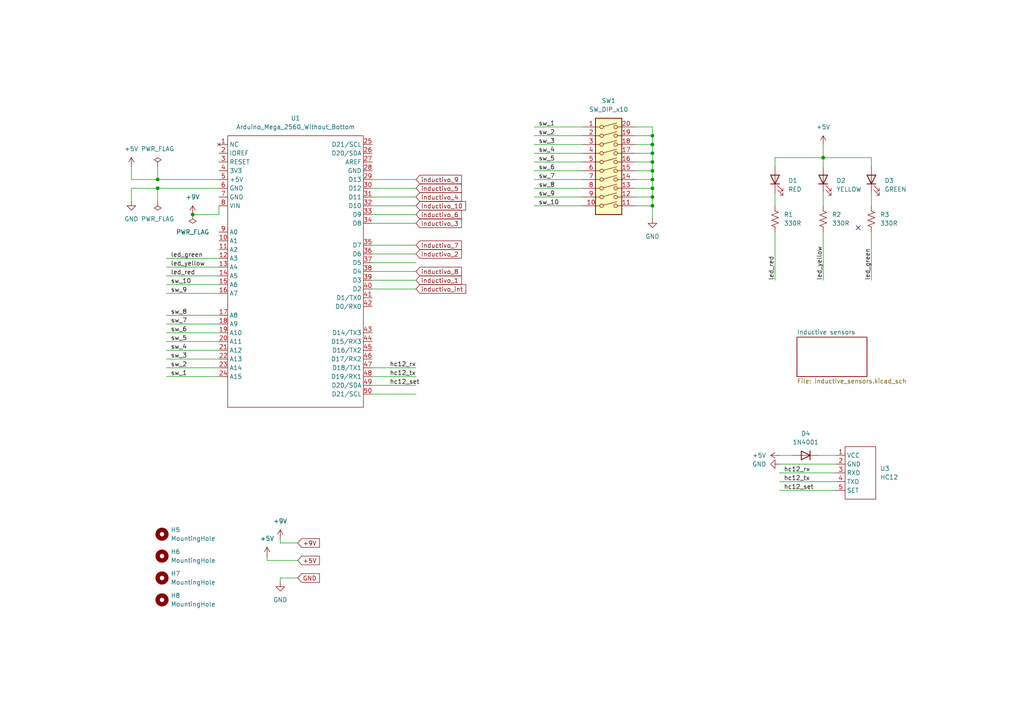
<source format=kicad_sch>
(kicad_sch (version 20231120) (generator "eeschema") (generator_version "8.0")
  (paper "A4")
  (title_block (title "Sumitomo Node v3") (company "Cirotec Automation"))
  (lib_symbols
    (symbol "Device:LED" (pin_numbers hide) (pin_names (offset 1.016) hide)
      (property "Reference" "D" (at 0 2.54 0))
      (property "Value" "LED" (at 0 -2.54 0))
      (symbol "LED_0_1"
        (polyline (pts (xy -1.27 -1.27) (xy -1.27 1.27)) (stroke (width 0.254)))
        (polyline (pts (xy -1.27 0) (xy 1.27 0)))
        (polyline (pts (xy 1.27 -1.27) (xy 1.27 1.27) (xy -1.27 0) (xy 1.27 -1.27)) (stroke (width 0.254)))
        (polyline (pts (xy -3.048 -0.762) (xy -4.572 -2.286) (xy -3.81 -2.286) (xy -4.572 -2.286) (xy -4.572 -1.524)))
        (polyline (pts (xy -1.778 -0.762) (xy -3.302 -2.286) (xy -2.54 -2.286) (xy -3.302 -2.286) (xy -3.302 -1.524)))
      )
      (symbol "LED_1_1"
        (pin passive line (at -3.81 0 0) (length 2.54) (name "K") (number "1"))
        (pin passive line (at 3.81 0 180) (length 2.54) (name "A") (number "2"))
      )
    )
    (symbol "Device:R_US" (pin_numbers hide) (pin_names (offset 0))
      (property "Reference" "R" (at 2.54 0 90))
      (property "Value" "R_US" (at -2.54 0 90))
      (symbol "R_US_0_1"
        (polyline (pts (xy 0 -2.286) (xy 0 -2.54)))
        (polyline (pts (xy 0 2.286) (xy 0 2.54)))
        (polyline (pts (xy 0 -0.762) (xy 1.016 -1.143) (xy 0 -1.524) (xy -1.016 -1.905) (xy 0 -2.286)))
        (polyline (pts (xy 0 0.762) (xy 1.016 0.381) (xy 0 0) (xy -1.016 -0.381) (xy 0 -0.762)))
        (polyline (pts (xy 0 2.286) (xy 1.016 1.905) (xy 0 1.524) (xy -1.016 1.143) (xy 0 0.762)))
      )
      (symbol "R_US_1_1"
        (pin passive line (at 0 3.81 270) (length 1.27) (name "~") (number "1"))
        (pin passive line (at 0 -3.81 90) (length 1.27) (name "~") (number "2"))
      )
    )
    (symbol "Diode:1N4001" (pin_numbers hide) (pin_names hide)
      (property "Reference" "D" (at 0 2.54 0))
      (property "Value" "1N4001" (at 0 -2.54 0))
      (symbol "1N4001_0_1"
        (polyline (pts (xy -1.27 1.27) (xy -1.27 -1.27)) (stroke (width 0.254)))
        (polyline (pts (xy 1.27 0) (xy -1.27 0)))
        (polyline (pts (xy 1.27 1.27) (xy 1.27 -1.27) (xy -1.27 0) (xy 1.27 1.27)) (stroke (width 0.254)))
      )
      (symbol "1N4001_1_1"
        (pin passive line (at -3.81 0 0) (length 2.54) (name "K") (number "1"))
        (pin passive line (at 3.81 0 180) (length 2.54) (name "A") (number "2"))
      )
    )
    (symbol "Mechanical:MountingHole" (pin_names (offset 1.016))
      (property "Reference" "H" (at 0 5.08 0))
      (property "Value" "MountingHole" (at 0 3.175 0))
      (symbol "MountingHole_0_1"
        (circle (center 0 0) (radius 1.27) (stroke (width 1.27)))
      )
    )
    (symbol "Switch:SW_DIP_x10" (pin_names (offset 0) hide)
      (property "Reference" "SW" (at 0 16.51 0))
      (property "Value" "SW_DIP_x10" (at 0 -13.97 0))
      (symbol "SW_DIP_x10_0_0"
        (circle (center -2.032 -10.16) (radius 0.508))
        (circle (center -2.032 -7.62) (radius 0.508))
        (circle (center -2.032 -5.08) (radius 0.508))
        (circle (center -2.032 -2.54) (radius 0.508))
        (circle (center -2.032 0) (radius 0.508))
        (circle (center -2.032 2.54) (radius 0.508))
        (circle (center -2.032 5.08) (radius 0.508))
        (circle (center -2.032 7.62) (radius 0.508))
        (circle (center -2.032 10.16) (radius 0.508))
        (circle (center -2.032 12.7) (radius 0.508))
        (polyline (pts (xy -1.524 -10.0076) (xy 2.3622 -8.9662)))
        (polyline (pts (xy -1.524 -7.4676) (xy 2.3622 -6.4262)))
        (polyline (pts (xy -1.524 -4.9276) (xy 2.3622 -3.8862)))
        (polyline (pts (xy -1.524 -2.3876) (xy 2.3622 -1.3462)))
        (polyline (pts (xy -1.524 0.127) (xy 2.3622 1.1684)))
        (polyline (pts (xy -1.524 2.667) (xy 2.3622 3.7084)))
        (polyline (pts (xy -1.524 5.207) (xy 2.3622 6.2484)))
        (polyline (pts (xy -1.524 7.747) (xy 2.3622 8.7884)))
        (polyline (pts (xy -1.524 10.287) (xy 2.3622 11.3284)))
        (polyline (pts (xy -1.524 12.827) (xy 2.3622 13.8684)))
        (circle (center 2.032 -10.16) (radius 0.508))
        (circle (center 2.032 -7.62) (radius 0.508))
        (circle (center 2.032 -5.08) (radius 0.508))
        (circle (center 2.032 -2.54) (radius 0.508))
        (circle (center 2.032 0) (radius 0.508))
        (circle (center 2.032 2.54) (radius 0.508))
        (circle (center 2.032 5.08) (radius 0.508))
        (circle (center 2.032 7.62) (radius 0.508))
        (circle (center 2.032 10.16) (radius 0.508))
        (circle (center 2.032 12.7) (radius 0.508))
      )
      (symbol "SW_DIP_x10_0_1"
        (rectangle (start -3.81 15.24) (end 3.81 -12.7) (stroke (width 0.254)) (fill (type background)))
      )
      (symbol "SW_DIP_x10_1_1"
        (pin passive line (at -7.62 12.7 0) (length 5.08) (name "~") (number "1"))
        (pin passive line (at -7.62 -10.16 0) (length 5.08) (name "~") (number "10"))
        (pin passive line (at 7.62 -10.16 180) (length 5.08) (name "~") (number "11"))
        (pin passive line (at 7.62 -7.62 180) (length 5.08) (name "~") (number "12"))
        (pin passive line (at 7.62 -5.08 180) (length 5.08) (name "~") (number "13"))
        (pin passive line (at 7.62 -2.54 180) (length 5.08) (name "~") (number "14"))
        (pin passive line (at 7.62 0 180) (length 5.08) (name "~") (number "15"))
        (pin passive line (at 7.62 2.54 180) (length 5.08) (name "~") (number "16"))
        (pin passive line (at 7.62 5.08 180) (length 5.08) (name "~") (number "17"))
        (pin passive line (at 7.62 7.62 180) (length 5.08) (name "~") (number "18"))
        (pin passive line (at 7.62 10.16 180) (length 5.08) (name "~") (number "19"))
        (pin passive line (at -7.62 10.16 0) (length 5.08) (name "~") (number "2"))
        (pin passive line (at 7.62 12.7 180) (length 5.08) (name "~") (number "20"))
        (pin passive line (at -7.62 7.62 0) (length 5.08) (name "~") (number "3"))
        (pin passive line (at -7.62 5.08 0) (length 5.08) (name "~") (number "4"))
        (pin passive line (at -7.62 2.54 0) (length 5.08) (name "~") (number "5"))
        (pin passive line (at -7.62 0 0) (length 5.08) (name "~") (number "6"))
        (pin passive line (at -7.62 -2.54 0) (length 5.08) (name "~") (number "7"))
        (pin passive line (at -7.62 -5.08 0) (length 5.08) (name "~") (number "8"))
        (pin passive line (at -7.62 -7.62 0) (length 5.08) (name "~") (number "9"))
      )
    )
    (symbol "power:+5V" (power) (pin_numbers hide) (pin_names (offset 0) hide)
      (property "Value" "+5V" (at 0 3.556 0))
      (symbol "+5V_0_1"
        (polyline (pts (xy -0.762 1.27) (xy 0 2.54)))
        (polyline (pts (xy 0 0) (xy 0 2.54)))
        (polyline (pts (xy 0 2.54) (xy 0.762 1.27)))
      )
      (symbol "+5V_1_1"
        (pin power_in line (at 0 0 90) (length 0) (name "~") (number "1"))
      )
    )
    (symbol "power:+9V" (power) (pin_numbers hide) (pin_names (offset 0) hide)
      (property "Value" "+9V" (at 0 3.556 0))
      (symbol "+9V_0_1"
        (polyline (pts (xy -0.762 1.27) (xy 0 2.54)))
        (polyline (pts (xy 0 0) (xy 0 2.54)))
        (polyline (pts (xy 0 2.54) (xy 0.762 1.27)))
      )
      (symbol "+9V_1_1"
        (pin power_in line (at 0 0 90) (length 0) (name "~") (number "1"))
      )
    )
    (symbol "power:GND" (power) (pin_numbers hide) (pin_names (offset 0) hide)
      (property "Value" "GND" (at 0 -3.81 0))
      (symbol "GND_0_1"
        (polyline (pts (xy 0 0) (xy 0 -1.27) (xy 1.27 -1.27) (xy 0 -2.54) (xy -1.27 -1.27) (xy 0 -1.27)))
      )
      (symbol "GND_1_1"
        (pin power_in line (at 0 0 270) (length 0) (name "~") (number "1"))
      )
    )
    (symbol "power:PWR_FLAG" (power) (pin_numbers hide) (pin_names (offset 0) hide)
      (property "Value" "PWR_FLAG" (at 0 3.81 0))
      (symbol "PWR_FLAG_0_0"
        (pin power_out line (at 0 0 90) (length 0) (name "~") (number "1"))
      )
      (symbol "PWR_FLAG_0_1"
        (polyline (pts (xy 0 0) (xy 0 1.27) (xy -1.016 1.905) (xy 0 2.54) (xy 1.016 1.905) (xy 0 1.27)))
      )
    )
    (symbol "sbb:Arduino_Mega_2560_Without_Bottom"
      (property "Reference" "U" (at -11.43 19.558 0))
      (property "Value" "Arduino_Mega_2560_Without_Bottom" (at 4.318 -63.5 0))
      (symbol "Arduino_Mega_2560_Without_Bottom_0_1"
        (rectangle (start -12.7 17.78) (end 26.67 -60.96))
      )
      (symbol "Arduino_Mega_2560_Without_Bottom_1_1"
        (pin no_connect line (at -15.24 15.24 0) (length 2.54) (name "NC") (number "1"))
        (pin bidirectional line (at -15.24 -12.7 0) (length 2.54) (name "A1") (number "10"))
        (pin bidirectional line (at -15.24 -15.24 0) (length 2.54) (name "A2") (number "11"))
        (pin bidirectional line (at -15.24 -17.78 0) (length 2.54) (name "A3") (number "12"))
        (pin bidirectional line (at -15.24 -20.32 0) (length 2.54) (name "A4") (number "13"))
        (pin bidirectional line (at -15.24 -22.86 0) (length 2.54) (name "A5") (number "14"))
        (pin bidirectional line (at -15.24 -25.4 0) (length 2.54) (name "A6") (number "15"))
        (pin bidirectional line (at -15.24 -27.94 0) (length 2.54) (name "A7") (number "16"))
        (pin bidirectional line (at -15.24 -34.29 0) (length 2.54) (name "A8") (number "17"))
        (pin bidirectional line (at -15.24 -36.83 0) (length 2.54) (name "A9") (number "18"))
        (pin bidirectional line (at -15.24 -39.37 0) (length 2.54) (name "A10") (number "19"))
        (pin input line (at -15.24 12.7 0) (length 2.54) (name "IOREF") (number "2"))
        (pin bidirectional line (at -15.24 -41.91 0) (length 2.54) (name "A11") (number "20"))
        (pin bidirectional line (at -15.24 -44.45 0) (length 2.54) (name "A12") (number "21"))
        (pin bidirectional line (at -15.24 -46.99 0) (length 2.54) (name "A13") (number "22"))
        (pin bidirectional line (at -15.24 -49.53 0) (length 2.54) (name "A14") (number "23"))
        (pin bidirectional line (at -15.24 -52.07 0) (length 2.54) (name "A15") (number "24"))
        (pin bidirectional line (at 29.21 15.24 180) (length 2.54) (name "D21/SCL") (number "25"))
        (pin bidirectional line (at 29.21 12.7 180) (length 2.54) (name "D20/SDA") (number "26"))
        (pin input line (at 29.21 10.16 180) (length 2.54) (name "AREF") (number "27"))
        (pin power_in line (at 29.21 7.62 180) (length 2.54) (name "GND") (number "28"))
        (pin bidirectional line (at 29.21 5.08 180) (length 2.54) (name "D13") (number "29"))
        (pin input line (at -15.24 10.16 0) (length 2.54) (name "RESET") (number "3"))
        (pin bidirectional line (at 29.21 2.54 180) (length 2.54) (name "D12") (number "30"))
        (pin bidirectional line (at 29.21 0 180) (length 2.54) (name "D11") (number "31"))
        (pin bidirectional line (at 29.21 -2.54 180) (length 2.54) (name "D10") (number "32"))
        (pin bidirectional line (at 29.21 -5.08 180) (length 2.54) (name "D9") (number "33"))
        (pin bidirectional line (at 29.21 -7.62 180) (length 2.54) (name "D8") (number "34"))
        (pin bidirectional line (at 29.21 -13.97 180) (length 2.54) (name "D7") (number "35"))
        (pin bidirectional line (at 29.21 -16.51 180) (length 2.54) (name "D6") (number "36"))
        (pin bidirectional line (at 29.21 -19.05 180) (length 2.54) (name "D5") (number "37"))
        (pin bidirectional line (at 29.21 -21.59 180) (length 2.54) (name "D4") (number "38"))
        (pin bidirectional line (at 29.21 -24.13 180) (length 2.54) (name "D3") (number "39"))
        (pin power_out line (at -15.24 7.62 0) (length 2.54) (name "3V3") (number "4"))
        (pin bidirectional line (at 29.21 -26.67 180) (length 2.54) (name "D2") (number "40"))
        (pin bidirectional line (at 29.21 -29.21 180) (length 2.54) (name "D1/TX0") (number "41"))
        (pin bidirectional line (at 29.21 -31.75 180) (length 2.54) (name "D0/RX0") (number "42"))
        (pin bidirectional line (at 29.21 -39.37 180) (length 2.54) (name "D14/TX3") (number "43"))
        (pin bidirectional line (at 29.21 -41.91 180) (length 2.54) (name "D15/RX3") (number "44"))
        (pin bidirectional line (at 29.21 -44.45 180) (length 2.54) (name "D16/TX2") (number "45"))
        (pin bidirectional line (at 29.21 -46.99 180) (length 2.54) (name "D17/RX2") (number "46"))
        (pin bidirectional line (at 29.21 -49.53 180) (length 2.54) (name "D18/TX1") (number "47"))
        (pin bidirectional line (at 29.21 -52.07 180) (length 2.54) (name "D19/RX1") (number "48"))
        (pin bidirectional line (at 29.21 -54.61 180) (length 2.54) (name "D20/SDA") (number "49"))
        (pin power_out line (at -15.24 5.08 0) (length 2.54) (name "+5V") (number "5"))
        (pin bidirectional line (at 29.21 -57.15 180) (length 2.54) (name "D21/SCL") (number "50"))
        (pin power_in line (at -15.24 2.54 0) (length 2.54) (name "GND") (number "6"))
        (pin power_in line (at -15.24 0 0) (length 2.54) (name "GND") (number "7"))
        (pin power_in line (at -15.24 -2.54 0) (length 2.54) (name "VIN") (number "8"))
        (pin bidirectional line (at -15.24 -10.16 0) (length 2.54) (name "A0") (number "9"))
      )
    )
    (symbol "sbb:HC12_RF_Module"
      (property "Reference" "U" (at 3.048 3.556 0))
      (property "Value" "HC12" (at 4.826 -14.224 0))
      (symbol "HC12_RF_Module_1_1"
        (rectangle (start 2.54 2.54) (end 11.43 -12.7))
        (pin power_in line (at 0 0 0) (length 2.54) (name "VCC") (number "1"))
        (pin power_in line (at 0 -2.54 0) (length 2.54) (name "GND") (number "2"))
        (pin input line (at 0 -5.08 0) (length 2.54) (name "RXD") (number "3"))
        (pin output line (at 0 -7.62 0) (length 2.54) (name "TXD") (number "4"))
        (pin input line (at 0 -10.16 0) (length 2.54) (name "SET") (number "5"))
      )
    )
  )
  (junction (at 45.72 52.07))
  (junction (at 189.23 46.99))
  (junction (at 189.23 54.61))
  (junction (at 238.76 45.72))
  (junction (at 189.23 59.69))
  (junction (at 189.23 44.45))
  (junction (at 189.23 39.37))
  (junction (at 189.23 52.07))
  (junction (at 189.23 41.91))
  (junction (at 189.23 49.53))
  (junction (at 55.88 62.23))
  (junction (at 189.23 57.15))
  (junction (at 45.72 54.61))
  (no_connect (at 248.92 66.04))
  (wire (pts (xy 38.1 48.26) (xy 38.1 52.07)))
  (wire (pts (xy 226.06 142.24) (xy 242.57 142.24)))
  (wire (pts (xy 154.94 49.53) (xy 168.91 49.53)))
  (wire (pts (xy 189.23 41.91) (xy 189.23 44.45)))
  (wire (pts (xy 81.28 167.64) (xy 86.36 167.64)))
  (wire (pts (xy 184.15 52.07) (xy 189.23 52.07)))
  (wire (pts (xy 107.95 52.07) (xy 120.65 52.07)))
  (wire (pts (xy 224.79 67.31) (xy 224.79 81.28)))
  (wire (pts (xy 184.15 46.99) (xy 189.23 46.99)))
  (wire (pts (xy 107.95 73.66) (xy 120.65 73.66)))
  (wire (pts (xy 237.49 132.08) (xy 242.57 132.08)))
  (wire (pts (xy 224.79 45.72) (xy 238.76 45.72)))
  (wire (pts (xy 224.79 45.72) (xy 224.79 48.26)))
  (wire (pts (xy 184.15 41.91) (xy 189.23 41.91)))
  (wire (pts (xy 107.95 109.22) (xy 120.65 109.22)))
  (wire (pts (xy 81.28 156.21) (xy 81.28 157.48)))
  (wire (pts (xy 184.15 49.53) (xy 189.23 49.53)))
  (wire (pts (xy 154.94 59.69) (xy 168.91 59.69)))
  (wire (pts (xy 45.72 54.61) (xy 63.5 54.61)))
  (wire (pts (xy 107.95 62.23) (xy 120.65 62.23)))
  (wire (pts (xy 189.23 59.69) (xy 189.23 63.5)))
  (wire (pts (xy 107.95 81.28) (xy 120.65 81.28)))
  (wire (pts (xy 154.94 46.99) (xy 168.91 46.99)))
  (wire (pts (xy 189.23 44.45) (xy 189.23 46.99)))
  (wire (pts (xy 48.26 99.06) (xy 63.5 99.06)))
  (wire (pts (xy 184.15 39.37) (xy 189.23 39.37)))
  (wire (pts (xy 226.06 137.16) (xy 242.57 137.16)))
  (wire (pts (xy 184.15 57.15) (xy 189.23 57.15)))
  (wire (pts (xy 107.95 59.69) (xy 120.65 59.69)))
  (wire (pts (xy 184.15 44.45) (xy 189.23 44.45)))
  (wire (pts (xy 238.76 55.88) (xy 238.76 59.69)))
  (wire (pts (xy 154.94 54.61) (xy 168.91 54.61)))
  (wire (pts (xy 252.73 67.31) (xy 252.73 81.28)))
  (wire (pts (xy 77.47 161.29) (xy 77.47 162.56)))
  (wire (pts (xy 189.23 57.15) (xy 189.23 59.69)))
  (wire (pts (xy 189.23 52.07) (xy 189.23 54.61)))
  (wire (pts (xy 48.26 104.14) (xy 63.5 104.14)))
  (wire (pts (xy 48.26 77.47) (xy 63.5 77.47)))
  (wire (pts (xy 226.06 132.08) (xy 229.87 132.08)))
  (wire (pts (xy 238.76 45.72) (xy 238.76 48.26)))
  (wire (pts (xy 252.73 45.72) (xy 252.73 48.26)))
  (wire (pts (xy 154.94 44.45) (xy 168.91 44.45)))
  (wire (pts (xy 154.94 36.83) (xy 168.91 36.83)))
  (wire (pts (xy 189.23 39.37) (xy 189.23 41.91)))
  (wire (pts (xy 48.26 109.22) (xy 63.5 109.22)))
  (wire (pts (xy 107.95 57.15) (xy 120.65 57.15)))
  (wire (pts (xy 154.94 57.15) (xy 168.91 57.15)))
  (wire (pts (xy 107.95 76.2) (xy 120.65 76.2)))
  (wire (pts (xy 226.06 139.7) (xy 242.57 139.7)))
  (wire (pts (xy 63.5 62.23) (xy 63.5 59.69)))
  (wire (pts (xy 38.1 58.42) (xy 38.1 54.61)))
  (wire (pts (xy 48.26 96.52) (xy 63.5 96.52)))
  (wire (pts (xy 189.23 36.83) (xy 189.23 39.37)))
  (wire (pts (xy 48.26 80.01) (xy 63.5 80.01)))
  (wire (pts (xy 184.15 36.83) (xy 189.23 36.83)))
  (wire (pts (xy 226.06 134.62) (xy 242.57 134.62)))
  (wire (pts (xy 107.95 83.82) (xy 120.65 83.82)))
  (wire (pts (xy 48.26 106.68) (xy 63.5 106.68)))
  (wire (pts (xy 55.88 62.23) (xy 63.5 62.23)))
  (wire (pts (xy 184.15 54.61) (xy 189.23 54.61)))
  (wire (pts (xy 81.28 157.48) (xy 86.36 157.48)))
  (wire (pts (xy 107.95 71.12) (xy 120.65 71.12)))
  (wire (pts (xy 45.72 54.61) (xy 45.72 58.42)))
  (wire (pts (xy 107.95 106.68) (xy 120.65 106.68)))
  (wire (pts (xy 45.72 52.07) (xy 63.5 52.07)))
  (wire (pts (xy 38.1 54.61) (xy 45.72 54.61)))
  (wire (pts (xy 81.28 168.91) (xy 81.28 167.64)))
  (wire (pts (xy 184.15 59.69) (xy 189.23 59.69)))
  (wire (pts (xy 238.76 67.31) (xy 238.76 81.28)))
  (wire (pts (xy 48.26 82.55) (xy 63.5 82.55)))
  (wire (pts (xy 107.95 78.74) (xy 120.65 78.74)))
  (wire (pts (xy 107.95 54.61) (xy 120.65 54.61)))
  (wire (pts (xy 154.94 41.91) (xy 168.91 41.91)))
  (wire (pts (xy 48.26 91.44) (xy 63.5 91.44)))
  (wire (pts (xy 252.73 55.88) (xy 252.73 59.69)))
  (wire (pts (xy 107.95 111.76) (xy 120.65 111.76)))
  (wire (pts (xy 238.76 45.72) (xy 252.73 45.72)))
  (wire (pts (xy 38.1 52.07) (xy 45.72 52.07)))
  (wire (pts (xy 154.94 52.07) (xy 168.91 52.07)))
  (wire (pts (xy 107.95 64.77) (xy 120.65 64.77)))
  (wire (pts (xy 77.47 162.56) (xy 86.36 162.56)))
  (wire (pts (xy 189.23 46.99) (xy 189.23 49.53)))
  (wire (pts (xy 107.95 114.3) (xy 120.65 114.3)))
  (wire (pts (xy 189.23 49.53) (xy 189.23 52.07)))
  (wire (pts (xy 45.72 48.26) (xy 45.72 52.07)))
  (wire (pts (xy 48.26 93.98) (xy 63.5 93.98)))
  (wire (pts (xy 48.26 101.6) (xy 63.5 101.6)))
  (wire (pts (xy 189.23 54.61) (xy 189.23 57.15)))
  (wire (pts (xy 224.79 55.88) (xy 224.79 59.69)))
  (wire (pts (xy 48.26 85.09) (xy 63.5 85.09)))
  (wire (pts (xy 154.94 39.37) (xy 168.91 39.37)))
  (wire (pts (xy 238.76 41.91) (xy 238.76 45.72)))
  (wire (pts (xy 48.26 74.93) (xy 63.5 74.93)))
  (label "led_yellow" (at 238.76 81.28 90))
  (label "sw_2" (at 156.21 39.37 0))
  (label "led_green" (at 49.53 74.93 0))
  (label "sw_10" (at 156.21 59.69 0))
  (label "hc12_set" (at 113.03 111.76 0))
  (label "hc12_tx" (at 227.33 139.7 0))
  (label "sw_1" (at 156.21 36.83 0))
  (label "sw_9" (at 156.21 57.15 0))
  (label "sw_1" (at 49.53 109.22 0))
  (label "hc12_rx" (at 227.33 137.16 0))
  (label "hc12_tx" (at 113.03 109.22 0))
  (label "sw_3" (at 156.21 41.91 0))
  (label "led_red" (at 49.53 80.01 0))
  (label "sw_6" (at 49.53 96.52 0))
  (label "sw_6" (at 156.21 49.53 0))
  (label "sw_5" (at 156.21 46.99 0))
  (label "led_red" (at 224.79 81.28 90))
  (label "sw_4" (at 156.21 44.45 0))
  (label "sw_10" (at 49.53 82.55 0))
  (label "sw_7" (at 156.21 52.07 0))
  (label "sw_5" (at 49.53 99.06 0))
  (label "sw_9" (at 49.53 85.09 0))
  (label "sw_7" (at 49.53 93.98 0))
  (label "sw_8" (at 49.53 91.44 0))
  (label "hc12_set" (at 227.33 142.24 0))
  (label "hc12_rx" (at 120.65 106.68 180))
  (label "sw_8" (at 156.21 54.61 0))
  (label "sw_3" (at 49.53 104.14 0))
  (label "sw_2" (at 49.53 106.68 0))
  (label "led_yellow" (at 49.53 77.47 0))
  (label "sw_4" (at 49.53 101.6 0))
  (label "led_green" (at 252.73 81.28 90))
  (global_label "inductivo_9" (shape input) (at 120.65 52.07 0) (property "Intersheetrefs" "${INTERSHEET_REFS}" (effects (hide yes))))
  (global_label "inductivo_1" (shape input) (at 120.65 81.28 0) (property "Intersheetrefs" "${INTERSHEET_REFS}" (effects (hide yes))))
  (global_label "+9V" (shape input) (at 86.36 157.48 0) (property "Intersheetrefs" "${INTERSHEET_REFS}" (effects (hide yes))))
  (global_label "inductivo_8" (shape input) (at 120.65 78.74 0) (property "Intersheetrefs" "${INTERSHEET_REFS}" (effects (hide yes))))
  (global_label "GND" (shape input) (at 86.36 167.64 0) (property "Intersheetrefs" "${INTERSHEET_REFS}" (effects (hide yes))))
  (global_label "inductivo_4" (shape input) (at 120.65 57.15 0) (property "Intersheetrefs" "${INTERSHEET_REFS}" (effects (hide yes))))
  (global_label "inductivo_10" (shape input) (at 120.65 59.69 0) (property "Intersheetrefs" "${INTERSHEET_REFS}" (effects (hide yes))))
  (global_label "inductivo_5" (shape input) (at 120.65 54.61 0) (property "Intersheetrefs" "${INTERSHEET_REFS}" (effects (hide yes))))
  (global_label "inductivo_3" (shape input) (at 120.65 64.77 0) (property "Intersheetrefs" "${INTERSHEET_REFS}" (effects (hide yes))))
  (global_label "inductivo_7" (shape input) (at 120.65 71.12 0) (property "Intersheetrefs" "${INTERSHEET_REFS}" (effects (hide yes))))
  (global_label "inductivo_int" (shape input) (at 120.65 83.82 0) (property "Intersheetrefs" "${INTERSHEET_REFS}" (effects (hide yes))))
  (global_label "+5V" (shape input) (at 86.36 162.56 0) (property "Intersheetrefs" "${INTERSHEET_REFS}" (effects (hide yes))))
  (global_label "inductivo_6" (shape input) (at 120.65 62.23 0) (property "Intersheetrefs" "${INTERSHEET_REFS}" (effects (hide yes))))
  (global_label "inductivo_2" (shape input) (at 120.65 73.66 0) (property "Intersheetrefs" "${INTERSHEET_REFS}" (effects (hide yes))))
  (symbol (lib_id "power:GND") (at 226.06 134.62 270) (unit 1)
    (property "Reference" "#PWR08" (effects (hide yes)))
    (property "Value" "GND" (at 222.25 134.6199 90) (effects (justify right)))
    (property "Description" "Power symbol creates a global label with name \"GND\" , ground" (effects (hide yes)))
  )
  (symbol (lib_id "Device:LED") (at 238.76 52.07 90) (unit 1)
    (property "Reference" "D2" (at 242.57 52.3874 90) (effects (justify right)))
    (property "Value" "YELLOW" (at 242.57 54.9274 90) (effects (justify right)))
    (property "Footprint" "LED_THT:LED_D5.0mm" (effects (hide yes)))
    (property "Description" "Light emitting diode" (effects (hide yes)))
  )
  (symbol (lib_id "Device:R_US") (at 252.73 63.5 180) (unit 1)
    (property "Reference" "R3" (at 255.27 62.2299 0) (effects (justify right)))
    (property "Value" "330R" (at 255.27 64.7699 0) (effects (justify right)))
    (property "Footprint" "Resistor_THT:R_Axial_DIN0207_L6.3mm_D2.5mm_P10.16mm_Horizontal" (effects (hide yes)))
    (property "Description" "Resistor, US symbol" (effects (hide yes)))
  )
  (symbol (lib_id "power:+5V") (at 38.1 48.26 0) (unit 1)
    (property "Reference" "#PWR02" (effects (hide yes)))
    (property "Value" "+5V" (at 38.1 43.18 0))
    (property "Description" "Power symbol creates a global label with name \"+5V\"" (effects (hide yes)))
  )
  (symbol (lib_id "Mechanical:MountingHole") (at 46.99 167.6399 0) (unit 1)
    (property "Reference" "H7" (at 49.53 166.3698 0) (effects (justify left)))
    (property "Value" "MountingHole" (at 49.53 168.9098 0) (effects (justify left)))
    (property "Footprint" "MountingHole:MountingHole_3.2mm_M3_ISO7380" (effects (hide yes)))
    (property "Description" "Mounting Hole without connection" (effects (hide yes)))
  )
  (symbol (lib_id "power:+9V") (at 81.28 156.21 0) (mirror y) (unit 1)
    (property "Reference" "#PWR034" (effects (hide yes)))
    (property "Value" "+9V" (at 81.28 151.13 0))
    (property "Description" "Power symbol creates a global label with name \"+9V\"" (effects (hide yes)))
  )
  (symbol (lib_id "power:PWR_FLAG") (at 45.72 48.26 0) (unit 1)
    (property "Reference" "#FLG01" (effects (hide yes)))
    (property "Value" "PWR_FLAG" (at 45.72 43.18 0))
    (property "Description" "Special symbol for telling ERC where power comes from" (effects (hide yes)))
  )
  (symbol (lib_id "power:GND") (at 38.1 58.42 0) (unit 1)
    (property "Reference" "#PWR03" (effects (hide yes)))
    (property "Value" "GND" (at 38.1 63.5 0))
    (property "Description" "Power symbol creates a global label with name \"GND\" , ground" (effects (hide yes)))
  )
  (symbol (lib_id "power:GND") (at 81.28 168.91 0) (mirror y) (unit 1)
    (property "Reference" "#PWR035" (effects (hide yes)))
    (property "Value" "GND" (at 81.28 173.99 0))
    (property "Description" "Power symbol creates a global label with name \"GND\" , ground" (effects (hide yes)))
  )
  (symbol (lib_id "Device:LED") (at 252.73 52.07 90) (unit 1)
    (property "Reference" "D3" (at 256.54 52.3874 90) (effects (justify right)))
    (property "Value" "GREEN" (at 256.54 54.9274 90) (effects (justify right)))
    (property "Footprint" "LED_THT:LED_D5.0mm" (effects (hide yes)))
    (property "Description" "Light emitting diode" (effects (hide yes)))
  )
  (symbol (lib_id "Diode:1N4001") (at 233.68 132.08 180) (unit 1)
    (property "Reference" "D4" (at 233.68 125.73 0))
    (property "Value" "1N4001" (at 233.68 128.27 0))
    (property "Footprint" "Diode_THT:D_DO-41_SOD81_P10.16mm_Horizontal" (effects (hide yes)))
    (property "Datasheet" "http://www.vishay.com/docs/88503/1n4001.pdf" (effects (hide yes)))
    (property "Description" "50V 1A General Purpose Rectifier Diode, DO-41" (effects (hide yes)))
    (property "Sim.Device" "D" (effects (hide yes)))
    (property "Sim.Pins" "1=K 2=A" (effects (hide yes)))
  )
  (symbol (lib_id "Mechanical:MountingHole") (at 46.99 173.9899 0) (unit 1)
    (property "Reference" "H8" (at 49.53 172.7198 0) (effects (justify left)))
    (property "Value" "MountingHole" (at 49.53 175.2598 0) (effects (justify left)))
    (property "Footprint" "MountingHole:MountingHole_3.2mm_M3_ISO7380" (effects (hide yes)))
    (property "Description" "Mounting Hole without connection" (effects (hide yes)))
  )
  (symbol (lib_id "Mechanical:MountingHole") (at 46.99 161.2899 0) (unit 1)
    (property "Reference" "H6" (at 49.53 160.0198 0) (effects (justify left)))
    (property "Value" "MountingHole" (at 49.53 162.5598 0) (effects (justify left)))
    (property "Footprint" "MountingHole:MountingHole_3.2mm_M3_ISO7380" (effects (hide yes)))
    (property "Description" "Mounting Hole without connection" (effects (hide yes)))
  )
  (symbol (lib_id "Mechanical:MountingHole") (at 46.99 154.94 0) (unit 1)
    (property "Reference" "H5" (at 49.53 153.6699 0) (effects (justify left)))
    (property "Value" "MountingHole" (at 49.53 156.2099 0) (effects (justify left)))
    (property "Footprint" "MountingHole:MountingHole_3.2mm_M3_ISO7380" (effects (hide yes)))
    (property "Description" "Mounting Hole without connection" (effects (hide yes)))
  )
  (symbol (lib_id "power:+5V") (at 226.06 132.08 90) (unit 1)
    (property "Reference" "#PWR07" (effects (hide yes)))
    (property "Value" "+5V" (at 222.25 132.0799 90) (effects (justify left)))
    (property "Description" "Power symbol creates a global label with name \"+5V\"" (effects (hide yes)))
  )
  (symbol (lib_id "power:PWR_FLAG") (at 55.88 62.23 0) (mirror x) (unit 1)
    (property "Reference" "#FLG03" (effects (hide yes)))
    (property "Value" "PWR_FLAG" (at 55.88 67.31 0))
    (property "Description" "Special symbol for telling ERC where power comes from" (effects (hide yes)))
  )
  (symbol (lib_id "power:PWR_FLAG") (at 45.72 58.42 0) (mirror x) (unit 1)
    (property "Reference" "#FLG02" (effects (hide yes)))
    (property "Value" "PWR_FLAG" (at 45.72 63.5 0))
    (property "Description" "Special symbol for telling ERC where power comes from" (effects (hide yes)))
  )
  (symbol (lib_id "Device:R_US") (at 238.76 63.5 180) (unit 1)
    (property "Reference" "R2" (at 241.3 62.2299 0) (effects (justify right)))
    (property "Value" "330R" (at 241.3 64.7699 0) (effects (justify right)))
    (property "Footprint" "Resistor_THT:R_Axial_DIN0207_L6.3mm_D2.5mm_P10.16mm_Horizontal" (effects (hide yes)))
    (property "Description" "Resistor, US symbol" (effects (hide yes)))
  )
  (symbol (lib_id "sbb:Arduino_Mega_2560_Without_Bottom") (at 78.74 57.15 0) (unit 1)
    (property "Reference" "U1" (at 85.725 34.29 0))
    (property "Value" "Arduino_Mega_2560_Without_Bottom" (at 85.725 36.83 0))
    (property "Footprint" "sbb:Arduino_Mega_2560_Without_Bottom" (effects (hide yes)))
  )
  (symbol (lib_id "Device:LED") (at 224.79 52.07 90) (unit 1)
    (property "Reference" "D1" (at 228.6 52.3874 90) (effects (justify right)))
    (property "Value" "RED" (at 228.6 54.9274 90) (effects (justify right)))
    (property "Footprint" "LED_THT:LED_D5.0mm" (effects (hide yes)))
    (property "Description" "Light emitting diode" (effects (hide yes)))
  )
  (symbol (lib_id "Switch:SW_DIP_x10") (at 176.53 49.53 0) (unit 1)
    (property "Reference" "SW1" (at 176.53 29.21 0))
    (property "Value" "SW_DIP_x10" (at 176.53 31.75 0))
    (property "Footprint" "Button_Switch_THT:SW_DIP_SPSTx10_Slide_9.78x27.58mm_W7.62mm_P2.54mm" (effects (hide yes)))
    (property "Description" "10x DIP Switch, Single Pole Single Throw (SPST) switch, small symbol" (effects (hide yes)))
  )
  (symbol (lib_id "sbb:HC12_RF_Module") (at 242.57 132.08 0) (unit 1)
    (property "Reference" "U3" (at 255.27 135.8899 0) (effects (justify left)))
    (property "Value" "HC12" (at 255.27 138.4299 0) (effects (justify left)))
    (property "Footprint" "sbb:HC12_RF_Module" (effects (hide yes)))
  )
  (symbol (lib_id "power:+5V") (at 238.76 41.91 0) (mirror y) (unit 1)
    (property "Reference" "#PWR01" (effects (hide yes)))
    (property "Value" "+5V" (at 238.76 36.83 0))
    (property "Description" "Power symbol creates a global label with name \"+5V\"" (effects (hide yes)))
  )
  (symbol (lib_id "power:+5V") (at 77.47 161.29 0) (unit 1)
    (property "Reference" "#PWR033" (effects (hide yes)))
    (property "Value" "+5V" (at 77.47 156.21 0))
    (property "Description" "Power symbol creates a global label with name \"+5V\"" (effects (hide yes)))
  )
  (symbol (lib_id "Device:R_US") (at 224.79 63.5 180) (unit 1)
    (property "Reference" "R1" (at 227.33 62.2299 0) (effects (justify right)))
    (property "Value" "330R" (at 227.33 64.7699 0) (effects (justify right)))
    (property "Footprint" "Resistor_THT:R_Axial_DIN0207_L6.3mm_D2.5mm_P10.16mm_Horizontal" (effects (hide yes)))
    (property "Description" "Resistor, US symbol" (effects (hide yes)))
  )
  (symbol (lib_id "power:GND") (at 189.23 63.5 0) (unit 1)
    (property "Reference" "#PWR04" (effects (hide yes)))
    (property "Value" "GND" (at 189.23 68.58 0))
    (property "Description" "Power symbol creates a global label with name \"GND\" , ground" (effects (hide yes)))
  )
  (symbol (lib_id "power:+9V") (at 55.88 62.23 0) (mirror y) (unit 1)
    (property "Reference" "#PWR09" (effects (hide yes)))
    (property "Value" "+9V" (at 55.88 57.15 0))
    (property "Description" "Power symbol creates a global label with name \"+9V\"" (effects (hide yes)))
  )
  (sheet (at 231.14 97.79) (size 20.32 11.43) (stroke (width 0.1524))
    (property "Sheetname" "Inductive sensors" (at 231.14 97.0784 0) (effects (justify left bottom)))
    (property "Sheetfile" "inductive_sensors.kicad_sch" (at 231.14 109.8046 0) (effects (justify left top)))
  )
)
</source>
